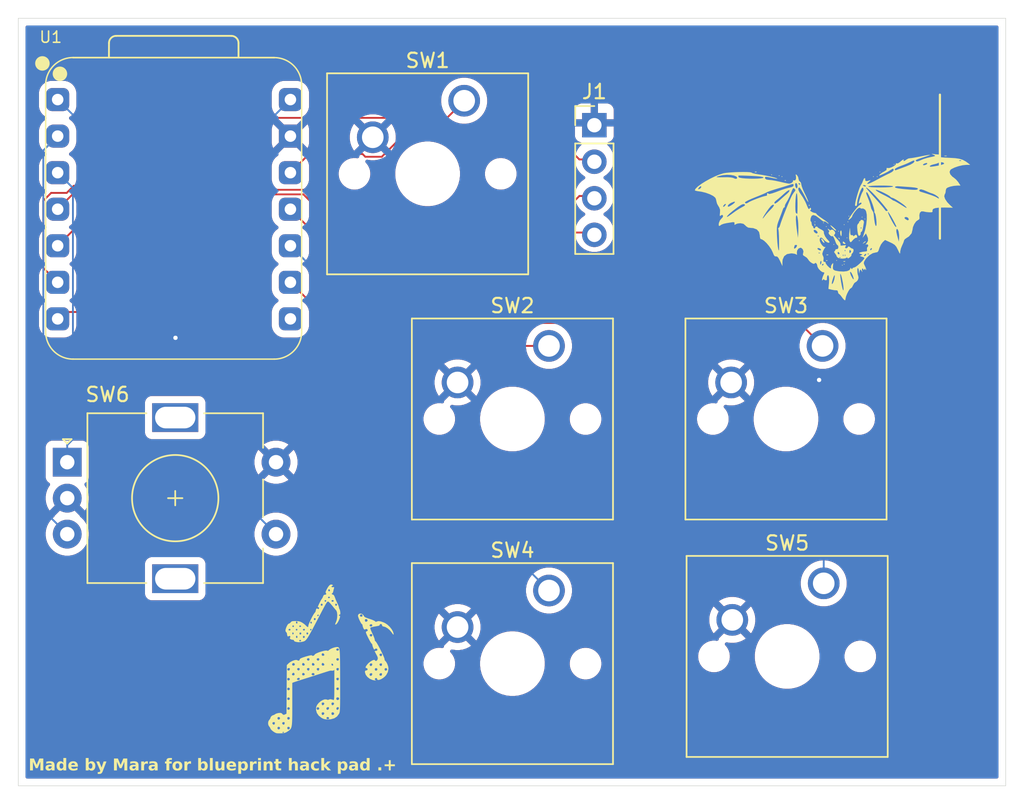
<source format=kicad_pcb>
(kicad_pcb (version 20241229) (generator "pcbnew") (generator_version "9.0")
  (layers (0 "F.Cu" signal "Front") (2 "B.Cu" signal "Back") (13 "F.Paste" user) (15 "B.Paste" user) (5 "F.SilkS" user "F.Silkscreen") (7 "B.SilkS" user "B.Silkscreen") (1 "F.Mask" user) (3 "B.Mask" user) (25 "Edge.Cuts" user))
  (net 0 "")
  (net 1 "GND")
  (net 2 "+3V3")
  (net 3 "Net-(J1-Pin_3)")
  (net 4 "Net-(J1-Pin_4)")
  (net 5 "Net-(U1-PA9_A5_D5_SCL)")
  (net 6 "Net-(U1-PB08_A6_D6_TX)")
  (net 7 "Net-(U1-PA6_A10_D10_MOSI)")
  (net 8 "Net-(U1-PA5_A9_D9_MISO)")
  (net 9 "Net-(U1-PA7_A8_D8_SCK)")
  (net 10 "Net-(U1-PA02_A0_D0)")
  (net 11 "Net-(U1-PA4_A1_D1)")
  (net 12 "Net-(U1-PA10_A2_D2)")
  (net 13 "+5V")
  (footprint "Button_Switch_Keyboard:SW_Cherry_MX_1.00u_PCB" (layer "F.Cu") (at 166.35 82.46)
    (property "Reference" "SW3" (at -2.54 -2.794 0) (layer "F.SilkS"))
    (property "Value" "SW_Push")
    (pad "" np_thru_hole circle (at -7.62 5.08) (size 1.7 1.7) (drill 1.7) (layers "*.Cu" "*.Mask"))
    (pad "" np_thru_hole circle (at -2.54 5.08) (size 4 4) (drill 4) (layers "*.Cu" "*.Mask"))
    (pad "" np_thru_hole circle (at 2.54 5.08) (size 1.7 1.7) (drill 1.7) (layers "*.Cu" "*.Mask"))
    (pad "1" thru_hole circle (at 0 0) (size 2.2 2.2) (drill 1.5) (layers "*.Cu" "*.Mask") (net 7 "Net-(U1-PA6_A10_D10_MOSI)"))
    (pad "2" thru_hole circle (at -6.35 2.54) (size 2.2 2.2) (drill 1.5) (layers "*.Cu" "*.Mask") (net 1 "GND"))
  )
  (footprint "LOGO" (layer "F.Cu") (at 167 74)
    (property "Reference" "." (at 0 0 0) (layer "F.SilkS") (effects (font (size 1.5 1.5) (thickness 0.3))))
    (property "Value" "LOGO" (hide yes))
  )
  (footprint "Connector_PinHeader.2.54mm:PinHeader_1x04_P2.54mm_Vertical" (layer "F.Cu") (at 150.5 67.12)
    (property "Reference" "J1" (at 0 -2.33 0) (layer "F.SilkS"))
    (property "Value" "Conn_01x04")
    (pad "1" thru_hole rect (at 0 0) (size 1.7 1.7) (drill 1) (layers "*.Cu" "*.Mask") (net 1 "GND"))
    (pad "2" thru_hole oval (at 0 2.54) (size 1.7 1.7) (drill 1) (layers "*.Cu" "*.Mask") (net 2 "+3V3"))
    (pad "3" thru_hole oval (at 0 5.08) (size 1.7 1.7) (drill 1) (layers "*.Cu" "*.Mask") (net 3 "Net-(J1-Pin_3)"))
    (pad "4" thru_hole oval (at 0 7.62) (size 1.7 1.7) (drill 1) (layers "*.Cu" "*.Mask") (net 4 "Net-(J1-Pin_4)"))
  )
  (footprint "Rotary_Encoder:RotaryEncoder_Alps_EC11E-Switch_Vertical_H20mm" (layer "F.Cu") (at 113.89 90.54)
    (property "Reference" "SW6" (at 2.8 -4.7 0) (layer "F.SilkS"))
    (property "Value" "RotaryEncoder_Switch")
    (pad "A" thru_hole rect (at 0 0) (size 2 2) (drill 1) (layers "*.Cu" "*.Mask") (net 12 "Net-(U1-PA10_A2_D2)"))
    (pad "B" thru_hole circle (at 0 5) (size 2 2) (drill 1) (layers "*.Cu" "*.Mask") (net 11 "Net-(U1-PA4_A1_D1)"))
    (pad "C" thru_hole circle (at 0 2.5) (size 2 2) (drill 1) (layers "*.Cu" "*.Mask") (net 1 "GND"))
    (pad "MP" thru_hole rect (at 7.5 -3.1) (size 3.2 2) (drill oval 2.8 1.5) (layers "*.Cu" "*.Mask"))
    (pad "MP" thru_hole rect (at 7.5 8.1) (size 3.2 2) (drill oval 2.8 1.5) (layers "*.Cu" "*.Mask"))
    (pad "S1" thru_hole circle (at 14.5 5) (size 2 2) (drill 1) (layers "*.Cu" "*.Mask") (net 10 "Net-(U1-PA02_A0_D0)"))
    (pad "S2" thru_hole circle (at 14.5 0) (size 2 2) (drill 1) (layers "*.Cu" "*.Mask") (net 1 "GND"))
  )
  (footprint "LOGO" (layer "F.Cu") (at 132.2 104.2)
    (property "Reference" "s" (at 0 0 0) (layer "F.SilkS") (effects (font (size 1.5 1.5) (thickness 0.3))))
    (property "Value" "LOGO" (hide yes))
  )
  (footprint "Button_Switch_Keyboard:SW_Cherry_MX_1.00u_PCB" (layer "F.Cu") (at 147.35 82.46)
    (property "Reference" "SW2" (at -2.54 -2.794 0) (layer "F.SilkS"))
    (property "Value" "SW_Push")
    (pad "" np_thru_hole circle (at -7.62 5.08) (size 1.7 1.7) (drill 1.7) (layers "*.Cu" "*.Mask"))
    (pad "" np_thru_hole circle (at -2.54 5.08) (size 4 4) (drill 4) (layers "*.Cu" "*.Mask"))
    (pad "" np_thru_hole circle (at 2.54 5.08) (size 1.7 1.7) (drill 1.7) (layers "*.Cu" "*.Mask"))
    (pad "1" thru_hole circle (at 0 0) (size 2.2 2.2) (drill 1.5) (layers "*.Cu" "*.Mask") (net 6 "Net-(U1-PB08_A6_D6_TX)"))
    (pad "2" thru_hole circle (at -6.35 2.54) (size 2.2 2.2) (drill 1.5) (layers "*.Cu" "*.Mask") (net 1 "GND"))
  )
  (footprint "XIAO-THT:XIAO-SAMD21-SMD" (layer "F.Cu") (at 112.39 83.46)
    (property "Reference" "U1" (at -0.5 -22 0) (layer "F.SilkS") (effects (font (size 0.78232 0.78232) (thickness 0.10668)) (justify left bottom)))
    (property "Value" "SeeeduinoXIAO")
    (pad "1" thru_hole roundrect (at 0.835 -18.12) (size 1.6 1.6) (drill 0.8) (layers "*.Cu" "*.Mask") (net 10 "Net-(U1-PA02_A0_D0)"))
    (pad "2" thru_hole roundrect (at 0.835 -15.58) (size 1.6 1.6) (drill 0.8) (layers "*.Cu" "*.Mask") (roundrect_rratio 0.3125) (net 11 "Net-(U1-PA4_A1_D1)"))
    (pad "3" thru_hole roundrect (at 0.835 -13.04) (size 1.6 1.6) (drill 0.8) (layers "*.Cu" "*.Mask") (net 12 "Net-(U1-PA10_A2_D2)"))
    (pad "4" thru_hole roundrect (at 0.835 -10.5) (size 1.6 1.6) (drill 0.8) (layers "*.Cu" "*.Mask") (roundrect_rratio 0.3125) (net 3 "Net-(J1-Pin_3)"))
    (pad "5" thru_hole roundrect (at 0.835 -7.96) (size 1.6 1.6) (drill 0.8) (layers "*.Cu" "*.Mask") (net 4 "Net-(J1-Pin_4)"))
    (pad "6" thru_hole roundrect (at 0.835 -5.42) (size 1.6 1.6) (drill 0.8) (layers "*.Cu" "*.Mask") (net 5 "Net-(U1-PA9_A5_D5_SCL)"))
    (pad "7" thru_hole roundrect (at 0.835 -2.88) (size 1.6 1.6) (drill 0.8) (layers "*.Cu" "*.Mask") (net 6 "Net-(U1-PB08_A6_D6_TX)"))
    (pad "8" thru_hole roundrect (at 17 -2.88) (size 1.6 1.6) (drill 0.8) (layers "*.Cu" "*.Mask"))
    (pad "9" thru_hole roundrect (at 17 -5.42) (size 1.6 1.6) (drill 0.8) (layers "*.Cu" "*.Mask") (net 9 "Net-(U1-PA7_A8_D8_SCK)"))
    (pad "10" thru_hole roundrect (at 17 -7.96) (size 1.6 1.6) (drill 0.8) (layers "*.Cu" "*.Mask") (net 8 "Net-(U1-PA5_A9_D9_MISO)"))
    (pad "11" thru_hole roundrect (at 17 -10.5) (size 1.6 1.6) (drill 0.8) (layers "*.Cu" "*.Mask") (net 7 "Net-(U1-PA6_A10_D10_MOSI)"))
    (pad "12" thru_hole roundrect (at 17 -13.04) (size 1.6 1.6) (drill 0.8) (layers "*.Cu" "*.Mask") (net 2 "+3V3"))
    (pad "13" thru_hole roundrect (at 17 -15.58) (size 1.6 1.6) (drill 0.8) (layers "*.Cu" "*.Mask") (net 1 "GND"))
    (pad "14" thru_hole roundrect (at 17 -18.12) (size 1.6 1.6) (drill 0.8) (layers "*.Cu" "*.Mask") (net 13 "+5V"))
    (pad "15" smd roundrect (at 7.747 -1.8603 90) (size 2.5 1.1) (layers "F.Cu" "F.Mask" "F.Paste") (net 13 "+5V"))
    (pad "16" smd roundrect (at 10.287 -1.8603 90) (size 2.5 1.1) (layers "F.Cu" "F.Mask" "F.Paste") (net 1 "GND"))
    (pad "17" smd circle (at 7.747 -18.8783) (size 1.7 1.7) (layers "F.Cu" "F.Mask" "F.Paste"))
    (pad "18" smd circle (at 10.287 -18.8783) (size 1.7 1.7) (layers "F.Cu" "F.Mask" "F.Paste"))
    (pad "19" smd circle (at 7.747 -16.3383) (size 1.7 1.7) (layers "F.Cu" "F.Mask" "F.Paste"))
    (pad "20" smd circle (at 10.287 -16.3383) (size 1.7 1.7) (layers "F.Cu" "F.Mask" "F.Paste") (net 1 "GND"))
  )
  (footprint "Button_Switch_Keyboard:SW_Cherry_MX_1.00u_PCB" (layer "F.Cu") (at 147.35 99.46)
    (property "Reference" "SW4" (at -2.54 -2.794 0) (layer "F.SilkS"))
    (property "Value" "SW_Push")
    (pad "" np_thru_hole circle (at -7.62 5.08) (size 1.7 1.7) (drill 1.7) (layers "*.Cu" "*.Mask"))
    (pad "" np_thru_hole circle (at -2.54 5.08) (size 4 4) (drill 4) (layers "*.Cu" "*.Mask"))
    (pad "" np_thru_hole circle (at 2.54 5.08) (size 1.7 1.7) (drill 1.7) (layers "*.Cu" "*.Mask"))
    (pad "1" thru_hole circle (at 0 0) (size 2.2 2.2) (drill 1.5) (layers "*.Cu" "*.Mask") (net 8 "Net-(U1-PA5_A9_D9_MISO)"))
    (pad "2" thru_hole circle (at -6.35 2.54) (size 2.2 2.2) (drill 1.5) (layers "*.Cu" "*.Mask") (net 1 "GND"))
  )
  (footprint "Button_Switch_Keyboard:SW_Cherry_MX_1.00u_PCB" (layer "F.Cu") (at 166.43 98.96)
    (property "Reference" "SW5" (at -2.54 -2.794 0) (layer "F.SilkS"))
    (property "Value" "SW_Push")
    (pad "" np_thru_hole circle (at -7.62 5.08) (size 1.7 1.7) (drill 1.7) (layers "*.Cu" "*.Mask"))
    (pad "" np_thru_hole circle (at -2.54 5.08) (size 4 4) (drill 4) (layers "*.Cu" "*.Mask"))
    (pad "" np_thru_hole circle (at 2.54 5.08) (size 1.7 1.7) (drill 1.7) (layers "*.Cu" "*.Mask"))
    (pad "1" thru_hole circle (at 0 0) (size 2.2 2.2) (drill 1.5) (layers "*.Cu" "*.Mask") (net 9 "Net-(U1-PA7_A8_D8_SCK)"))
    (pad "2" thru_hole circle (at -6.35 2.54) (size 2.2 2.2) (drill 1.5) (layers "*.Cu" "*.Mask") (net 1 "GND"))
  )
  (footprint "Button_Switch_Keyboard:SW_Cherry_MX_1.00u_PCB" (layer "F.Cu") (at 141.46 65.42)
    (property "Reference" "SW1" (at -2.54 -2.794 0) (layer "F.SilkS"))
    (property "Value" "SW_Push")
    (pad "" np_thru_hole circle (at -7.62 5.08) (size 1.7 1.7) (drill 1.7) (layers "*.Cu" "*.Mask"))
    (pad "" np_thru_hole circle (at -2.54 5.08) (size 4 4) (drill 4) (layers "*.Cu" "*.Mask"))
    (pad "" np_thru_hole circle (at 2.54 5.08) (size 1.7 1.7) (drill 1.7) (layers "*.Cu" "*.Mask"))
    (pad "1" thru_hole circle (at 0 0) (size 2.2 2.2) (drill 1.5) (layers "*.Cu" "*.Mask") (net 5 "Net-(U1-PA9_A5_D5_SCL)"))
    (pad "2" thru_hole circle (at -6.35 2.54) (size 2.2 2.2) (drill 1.5) (layers "*.Cu" "*.Mask") (net 1 "GND"))
  )
  (gr_line (start 174.5 65) (end 174.5 75) (stroke (width 0.1524)) (layer "F.SilkS"))
  (gr_line (start 110.49 113.03) (end 179.07 113.03) (stroke (width 0.0381)) (layer "Edge.Cuts"))
  (gr_line (start 179.07 60.96) (end 179.07 59.69) (stroke (width 0.0381)) (layer "Edge.Cuts"))
  (gr_line (start 179.07 113.03) (end 179.07 60.96) (stroke (width 0.0381)) (layer "Edge.Cuts"))
  (gr_line (start 179.07 59.69) (end 110.49 59.69) (stroke (width 0.0381)) (layer "Edge.Cuts"))
  (gr_line (start 110.49 59.69) (end 110.49 113.03) (stroke (width 0.0381)) (layer "Edge.Cuts"))
  (gr_text "\n" (at 132.9 97.8 0) (layer "F.SilkS") (effects (font (size 0.8128 0.8128) (thickness 0.1524) (bold yes)) (justify left bottom)))
  (gr_text "Made by Mara for blueprint hack pad .+" (at 111.2 112.1 0) (layer "F.SilkS") (effects (font (size 0.8128 0.8128) (thickness 0.1524) (bold yes)) (justify left bottom)))
  (segment (start 150.5 69.5) (end 149.4578 69.5) (width 0.127) (layer "F.Cu") (net 2))
  (segment (start 134.5911 69.3142) (end 134.4024 69.1255) (width 0.127) (layer "F.Cu") (net 2))
  (segment (start 147.9864 68.0286) (end 137.0221 68.0286) (width 0.127) (layer "F.Cu") (net 2))
  (segment (start 130.6845 69.1255) (end 129.39 70.42) (width 0.127) (layer "F.Cu") (net 2))
  (segment (start 134.4024 69.1255) (end 130.6845 69.1255) (width 0.127) (layer "F.Cu") (net 2))
  (segment (start 149.4578 69.5) (end 147.9864 68.0286) (width 0.127) (layer "F.Cu") (net 2))
  (segment (start 137.0221 68.0286) (end 135.7365 69.3142) (width 0.127) (layer "F.Cu") (net 2))
  (segment (start 135.7365 69.3142) (end 134.5911 69.3142) (width 0.127) (layer "F.Cu") (net 2))
  (segment (start 148.511 72.9868) (end 132.7498 72.9868) (width 0.127) (layer "F.Cu") (net 3))
  (segment (start 149.4578 72.04) (end 148.511 72.9868) (width 0.127) (layer "F.Cu") (net 3))
  (segment (start 131.3718 71.6088) (end 114.5762 71.6088) (width 0.127) (layer "F.Cu") (net 3))
  (segment (start 150.5 72.04) (end 149.4578 72.04) (width 0.127) (layer "F.Cu") (net 3))
  (segment (start 132.7498 72.9868) (end 131.3718 71.6088) (width 0.127) (layer "F.Cu") (net 3))
  (segment (start 114.5762 71.6088) (end 113.225 72.96) (width 0.127) (layer "F.Cu") (net 3))
  (segment (start 113.225 75.5) (end 116.7965 71.9285) (width 0.127) (layer "F.Cu") (net 4))
  (segment (start 130.2917 71.9285) (end 132.9432 74.58) (width 0.127) (layer "F.Cu") (net 4))
  (segment (start 132.9432 74.58) (end 150.5 74.58) (width 0.127) (layer "F.Cu") (net 4))
  (segment (start 116.7965 71.9285) (end 130.2917 71.9285) (width 0.127) (layer "F.Cu") (net 4))
  (segment (start 112.2249 77.0399) (end 113.225 78.04) (width 0.127) (layer "F.Cu") (net 5))
  (segment (start 126.8211 66.61) (end 122.0969 71.3342) (width 0.127) (layer "F.Cu") (net 5))
  (segment (start 112.7727 71.8253) (end 112.2249 72.3731) (width 0.127) (layer "F.Cu") (net 5))
  (segment (start 112.2249 72.3731) (end 112.2249 77.0399) (width 0.127) (layer "F.Cu") (net 5))
  (segment (start 114.3435 71.3342) (end 113.8524 71.8253) (width 0.127) (layer "F.Cu") (net 5))
  (segment (start 141.46 65.42) (end 140.27 66.61) (width 0.127) (layer "F.Cu") (net 5))
  (segment (start 140.27 66.61) (end 126.8211 66.61) (width 0.127) (layer "F.Cu") (net 5))
  (segment (start 122.0969 71.3342) (end 114.3435 71.3342) (width 0.127) (layer "F.Cu") (net 5))
  (segment (start 113.8524 71.8253) (end 112.7727 71.8253) (width 0.127) (layer "F.Cu") (net 5))
  (segment (start 147.35 82.46) (end 125.4495 82.46) (width 0.127) (layer "F.Cu") (net 6))
  (segment (start 123.0907 80.1012) (end 113.7038 80.1012) (width 0.127) (layer "F.Cu") (net 6))
  (segment (start 125.4495 82.46) (end 123.0907 80.1012) (width 0.127) (layer "F.Cu") (net 6))
  (segment (start 113.7038 80.1012) (end 113.225 80.58) (width 0.127) (layer "F.Cu") (net 6))
  (segment (start 166.35 82.46) (end 163.6517 79.7617) (width 0.127) (layer "F.Cu") (net 7))
  (segment (start 163.6517 79.7617) (end 136.1917 79.7617) (width 0.127) (layer "F.Cu") (net 7))
  (segment (start 136.1917 79.7617) (end 129.39 72.96) (width 0.127) (layer "F.Cu") (net 7))
  (segment (start 137.9217 84.0317) (end 137.9217 90.0317) (width 0.127) (layer "B.Cu") (net 8))
  (segment (start 129.39 75.5) (end 137.9217 84.0317) (width 0.127) (layer "B.Cu") (net 8))
  (segment (start 137.9217 90.0317) (end 147.35 99.46) (width 0.127) (layer "B.Cu") (net 8))
  (segment (start 132.2152 80.8652) (end 129.39 78.04) (width 0.127) (layer "F.Cu") (net 9))
  (segment (start 166.109 84.8261) (end 162.1481 80.8652) (width 0.127) (layer "F.Cu") (net 9))
  (segment (start 162.1481 80.8652) (end 132.2152 80.8652) (width 0.127) (layer "F.Cu") (net 9))
  (via (at 166.109 84.8261) (size 0.6) (drill 0.3) (layers "F.Cu" "B.Cu") (net 9))
  (segment (start 166.43 85.1471) (end 166.43 98.96) (width 0.127) (layer "B.Cu") (net 9))
  (segment (start 166.109 84.8261) (end 166.43 85.1471) (width 0.127) (layer "B.Cu") (net 9))
  (segment (start 124.5807 86.4605) (end 124.5807 91.7307) (width 0.127) (layer "B.Cu") (net 10))
  (segment (start 120.4915 82.3713) (end 124.5807 86.4605) (width 0.127) (layer "B.Cu") (net 10))
  (segment (start 120.4915 72.6065) (end 120.4915 82.3713) (width 0.127) (layer "B.Cu") (net 10))
  (segment (start 124.5807 91.7307) (end 128.39 95.54) (width 0.127) (layer "B.Cu") (net 10))
  (segment (start 113.225 65.34) (end 120.4915 72.6065) (width 0.127) (layer "B.Cu") (net 10))
  (segment (start 113.89 95.54) (end 112.2274 93.8774) (width 0.127) (layer "B.Cu") (net 11))
  (segment (start 112.2274 68.8776) (end 113.225 67.88) (width 0.127) (layer "B.Cu") (net 11))
  (segment (start 112.2274 93.8774) (end 112.2274 68.8776) (width 0.127) (layer "B.Cu") (net 11))
  (segment (start 114.2855 88.9523) (end 113.89 89.3478) (width 0.127) (layer "B.Cu") (net 12))
  (segment (start 113.225 70.42) (end 114.2855 71.4805) (width 0.127) (layer "B.Cu") (net 12))
  (segment (start 113.89 90.54) (end 113.89 89.3478) (width 0.127) (layer "B.Cu") (net 12))
  (segment (start 114.2855 71.4805) (end 114.2855 88.9523) (width 0.127) (layer "B.Cu") (net 12))
  (segment (start 120.435 81.8977) (end 120.137 81.5997) (width 0.127) (layer "F.Cu") (net 13))
  (segment (start 121.407 81.8977) (end 120.435 81.8977) (width 0.127) (layer "F.Cu") (net 13))
  (via (at 121.407 81.8977) (size 0.6) (drill 0.3) (layers "F.Cu" "B.Cu") (net 13))
  (segment (start 121.407 81.8977) (end 121.407 73.323) (width 0.127) (layer "B.Cu") (net 13))
  (segment (start 121.407 73.323) (end 129.39 65.34) (width 0.127) (layer "B.Cu") (net 13))
  (zone (net 1) (net_name "GND") (layers "F.Cu" "B.Cu") (connect_pads (clearance 0.5)) (min_thickness 0.25) (fill yes (thermal_gap 0.5) (thermal_bridge_width 0.5))
    (polygon (pts (xy 109.22 58.42) (xy 109.22 114.3) (xy 180.34 114.3) (xy 180.34 58.42)))
  )
)
</source>
